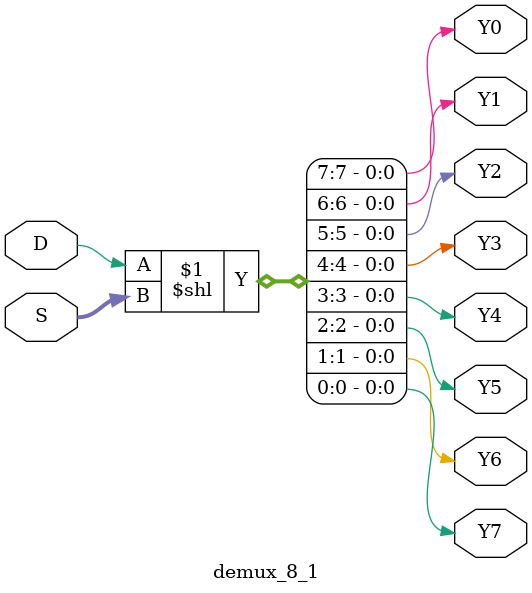
<source format=v>
module demux_8_1(D, S, Y0,Y1,Y2,Y3,Y4,Y5,Y6,Y7);
  input         D;
  input   [2:0] S;
  output  Y0,Y1,Y2,Y3,Y4,Y5,Y6,Y7;
  assign {Y0,Y1,Y2,Y3,Y4,Y5,Y6,Y7} = D << S; 
endmodule 

</source>
